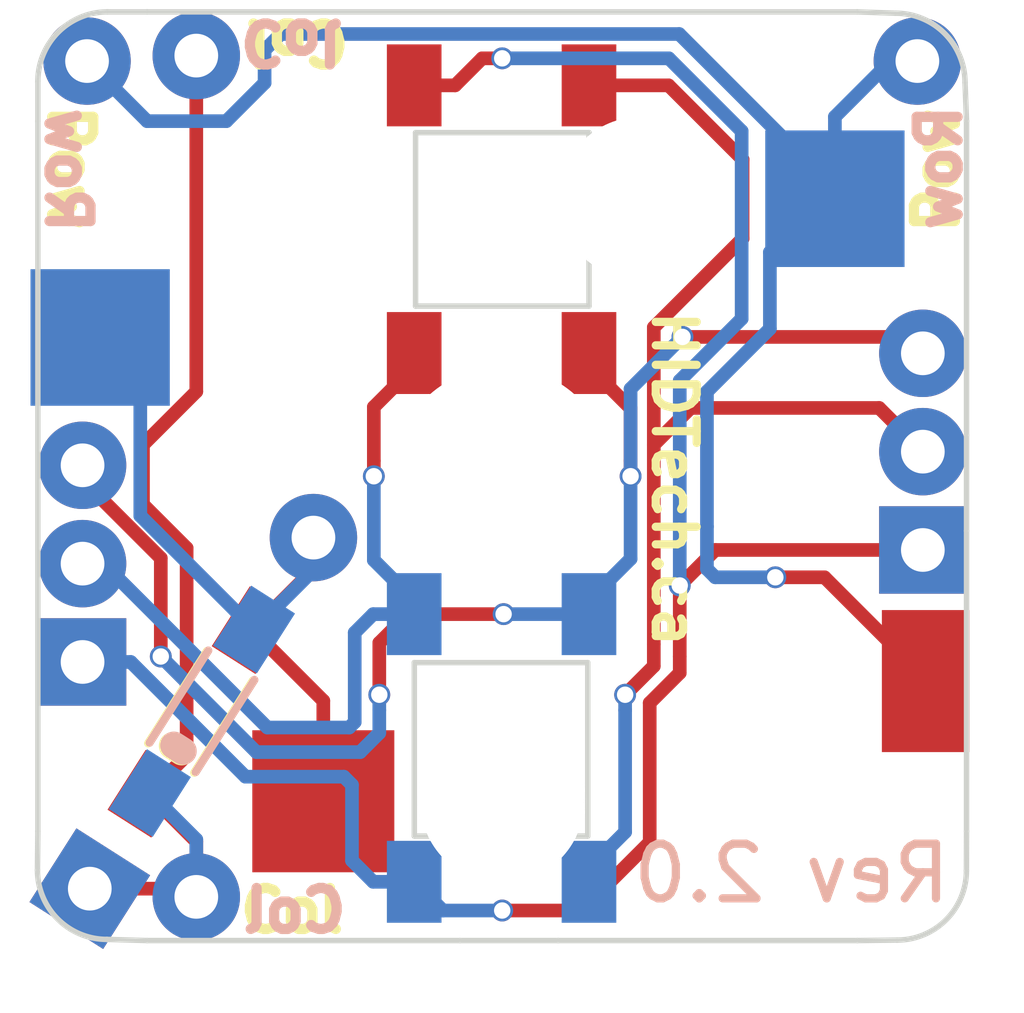
<source format=kicad_pcb>
(kicad_pcb (version 20171130) (host pcbnew "(5.1.5-0-10_14)")

  (general
    (thickness 1.6)
    (drawings 38)
    (tracks 159)
    (zones 0)
    (modules 17)
    (nets 8)
  )

  (page A4)
  (title_block
    (title Cherry-Mx-Bitboard-Re-19.05mm)
    (date 2018-09-15)
    (rev 1)
  )

  (layers
    (0 F.Cu signal hide)
    (31 B.Cu signal)
    (32 B.Adhes user hide)
    (33 F.Adhes user hide)
    (34 B.Paste user hide)
    (35 F.Paste user hide)
    (36 B.SilkS user hide)
    (37 F.SilkS user)
    (38 B.Mask user hide)
    (39 F.Mask user hide)
    (40 Dwgs.User user hide)
    (41 Cmts.User user hide)
    (42 Eco1.User user hide)
    (43 Eco2.User user hide)
    (44 Edge.Cuts user)
    (45 Margin user hide)
    (46 B.CrtYd user hide)
    (47 F.CrtYd user hide)
    (48 B.Fab user hide)
    (49 F.Fab user hide)
  )

  (setup
    (last_trace_width 0.25)
    (trace_clearance 0.1)
    (zone_clearance 0.508)
    (zone_45_only no)
    (trace_min 0.2)
    (via_size 0.4)
    (via_drill 0.3)
    (via_min_size 0.4)
    (via_min_drill 0.3)
    (uvia_size 0.3)
    (uvia_drill 0.1)
    (uvias_allowed no)
    (uvia_min_size 0.2)
    (uvia_min_drill 0.1)
    (edge_width 0.1)
    (segment_width 0.2)
    (pcb_text_width 0.3)
    (pcb_text_size 1.5 1.5)
    (mod_edge_width 0.15)
    (mod_text_size 1 1)
    (mod_text_width 0.15)
    (pad_size 1.6 1.6)
    (pad_drill 0.8)
    (pad_to_mask_clearance 0)
    (aux_axis_origin 80.645 139.065)
    (grid_origin 80.645 43.815)
    (visible_elements 7FFFF77F)
    (pcbplotparams
      (layerselection 0x010fc_ffffffff)
      (usegerberextensions true)
      (usegerberattributes false)
      (usegerberadvancedattributes false)
      (creategerberjobfile false)
      (excludeedgelayer true)
      (linewidth 0.100000)
      (plotframeref false)
      (viasonmask false)
      (mode 1)
      (useauxorigin false)
      (hpglpennumber 1)
      (hpglpenspeed 20)
      (hpglpendiameter 15.000000)
      (psnegative false)
      (psa4output false)
      (plotreference true)
      (plotvalue true)
      (plotinvisibletext false)
      (padsonsilk false)
      (subtractmaskfromsilk true)
      (outputformat 1)
      (mirror false)
      (drillshape 0)
      (scaleselection 1)
      (outputdirectory "Gerber/"))
  )

  (net 0 "")
  (net 1 "Net-(D1-Pad2)")
  (net 2 Col1)
  (net 3 Row1)
  (net 4 VCC)
  (net 5 Dout)
  (net 6 Din)
  (net 7 GND)

  (net_class Default "これはデフォルトのネット クラスです。"
    (clearance 0.1)
    (trace_width 0.25)
    (via_dia 0.4)
    (via_drill 0.3)
    (uvia_dia 0.3)
    (uvia_drill 0.1)
    (add_net Col1)
    (add_net Din)
    (add_net Dout)
    (add_net GND)
    (add_net "Net-(D1-Pad2)")
    (add_net Row1)
    (add_net VCC)
  )

  (module Footprints:1N4148W (layer B.Cu) (tedit 5EB0C013) (tstamp 5EB0DC77)
    (at 85.095 61.365 57.5)
    (path /5B954373)
    (fp_text reference D1 (at 4.07 0.06 57.5) (layer B.SilkS) hide
      (effects (font (size 1 1) (thickness 0.15)) (justify mirror))
    )
    (fp_text value 1N4148W (at 3.91 -1.76 57.5) (layer B.Fab)
      (effects (font (size 0.5 0.5) (thickness 0.125)) (justify mirror))
    )
    (fp_line (start 7.62 0) (end 5.81 0) (layer B.Fab) (width 0.1))
    (fp_line (start 0 0) (end 1.81 0) (layer B.Fab) (width 0.1))
    (fp_line (start 2.31 1) (end 2.31 -1) (layer B.Fab) (width 0.1))
    (fp_line (start 5.81 1) (end 5.81 -1) (layer B.Fab) (width 0.1))
    (fp_line (start 1.81 1) (end 1.81 -1) (layer B.Fab) (width 0.1))
    (fp_line (start 1.81 -1) (end 5.81 -1) (layer B.Fab) (width 0.1))
    (fp_line (start 5.81 1) (end 1.81 1) (layer B.Fab) (width 0.1))
    (fp_line (start 8.67 1.25) (end 8.67 -1.25) (layer B.CrtYd) (width 0.05))
    (fp_line (start -1.05 1.25) (end -1.05 -1.25) (layer B.CrtYd) (width 0.05))
    (fp_line (start -1.05 -1.25) (end 8.67 -1.25) (layer B.CrtYd) (width 0.05))
    (fp_line (start 8.67 1.25) (end -1.05 1.25) (layer B.CrtYd) (width 0.05))
    (pad 2 thru_hole circle (at 7.62 0 57.5) (size 1.6 1.6) (drill 0.8) (layers *.Cu *.Mask)
      (net 1 "Net-(D1-Pad2)"))
    (pad 1 thru_hole rect (at 0 0 57.5) (size 1.6 1.6) (drill 0.8) (layers *.Cu *.Mask)
      (net 2 Col1))
  )

  (module customs:LED_SK6812_PLCC4_5.0x5.0mm_P3.2mm_FLIP (layer B.Cu) (tedit 5EB086D0) (tstamp 5EB126D8)
    (at 92.6336 58.7894 270)
    (descr https://cdn-shop.adafruit.com/product-files/1138/SK6812+LED+datasheet+.pdf)
    (tags "LED RGB NeoPixel")
    (path /5EB32545)
    (attr smd)
    (fp_text reference D5 (at 0 3.5 90) (layer B.SilkS) hide
      (effects (font (size 1 1) (thickness 0.15)) (justify mirror))
    )
    (fp_text value SK6812 (at 0 -4 90) (layer B.Fab)
      (effects (font (size 1 1) (thickness 0.15)) (justify mirror))
    )
    (fp_text user %R (at 0 0 90) (layer B.Fab)
      (effects (font (size 0.8 0.8) (thickness 0.15)) (justify mirror))
    )
    (fp_line (start 3.45 2.75) (end -3.45 2.75) (layer B.CrtYd) (width 0.05))
    (fp_line (start 3.45 -2.75) (end 3.45 2.75) (layer B.CrtYd) (width 0.05))
    (fp_line (start -3.45 -2.75) (end 3.45 -2.75) (layer B.CrtYd) (width 0.05))
    (fp_line (start -3.45 2.75) (end -3.45 -2.75) (layer B.CrtYd) (width 0.05))
    (fp_line (start 2.5 -1.5) (end 1.5 -2.5) (layer B.Fab) (width 0.1))
    (fp_line (start -2.5 2.5) (end -2.5 -2.5) (layer B.Fab) (width 0.1))
    (fp_line (start -2.5 -2.5) (end 2.5 -2.5) (layer B.Fab) (width 0.1))
    (fp_line (start 2.5 -2.5) (end 2.5 2.5) (layer B.Fab) (width 0.1))
    (fp_line (start 2.5 2.5) (end -2.5 2.5) (layer B.Fab) (width 0.1))
    (fp_circle (center 0 0) (end 0 2) (layer B.Fab) (width 0.1))
    (pad 1 smd rect (at 2.45 1.6 270) (size 1.5 1) (layers B.Cu B.Paste B.Mask)
      (net 7 GND))
    (pad 2 smd rect (at 2.45 -1.6 270) (size 1.5 1) (layers B.Cu B.Paste B.Mask)
      (net 6 Din))
    (pad 4 smd rect (at -2.45 1.6 270) (size 1.5 1) (layers B.Cu B.Paste B.Mask)
      (net 5 Dout))
    (pad 3 smd rect (at -2.45 -1.6 270) (size 1.5 1) (layers B.Cu B.Paste B.Mask)
      (net 4 VCC))
    (model ${KISYS3DMOD}/LED_SMD.3dshapes/LED_SK6812_PLCC4_5.0x5.0mm_P3.2mm.wrl
      (at (xyz 0 0 0))
      (scale (xyz 1 1 1))
      (rotate (xyz 0 0 0))
    )
  )

  (module customs:LED_SK6812_PLCC4_5.0x5.0mm_P3.2mm_FLIP (layer F.Cu) (tedit 5EB086BD) (tstamp 5EB11556)
    (at 92.6336 49.1098 90)
    (descr https://cdn-shop.adafruit.com/product-files/1138/SK6812+LED+datasheet+.pdf)
    (tags "LED RGB NeoPixel")
    (path /5EB36B3B)
    (attr smd)
    (fp_text reference D6 (at 0 -3.5 90) (layer F.SilkS) hide
      (effects (font (size 1 1) (thickness 0.15)))
    )
    (fp_text value SK6812 (at 0 4 90) (layer F.Fab)
      (effects (font (size 1 1) (thickness 0.15)))
    )
    (fp_text user %R (at 0 0 90) (layer F.Fab)
      (effects (font (size 0.8 0.8) (thickness 0.15)))
    )
    (fp_line (start 3.45 -2.75) (end -3.45 -2.75) (layer F.CrtYd) (width 0.05))
    (fp_line (start 3.45 2.75) (end 3.45 -2.75) (layer F.CrtYd) (width 0.05))
    (fp_line (start -3.45 2.75) (end 3.45 2.75) (layer F.CrtYd) (width 0.05))
    (fp_line (start -3.45 -2.75) (end -3.45 2.75) (layer F.CrtYd) (width 0.05))
    (fp_line (start 2.5 1.5) (end 1.5 2.5) (layer F.Fab) (width 0.1))
    (fp_line (start -2.5 -2.5) (end -2.5 2.5) (layer F.Fab) (width 0.1))
    (fp_line (start -2.5 2.5) (end 2.5 2.5) (layer F.Fab) (width 0.1))
    (fp_line (start 2.5 2.5) (end 2.5 -2.5) (layer F.Fab) (width 0.1))
    (fp_line (start 2.5 -2.5) (end -2.5 -2.5) (layer F.Fab) (width 0.1))
    (fp_circle (center 0 0) (end 0 -2) (layer F.Fab) (width 0.1))
    (pad 1 smd rect (at 2.45 -1.6 90) (size 1.5 1) (layers F.Cu F.Paste F.Mask)
      (net 7 GND))
    (pad 2 smd rect (at 2.45 1.6 90) (size 1.5 1) (layers F.Cu F.Paste F.Mask)
      (net 6 Din))
    (pad 4 smd rect (at -2.45 -1.6 90) (size 1.5 1) (layers F.Cu F.Paste F.Mask)
      (net 5 Dout))
    (pad 3 smd rect (at -2.45 1.6 90) (size 1.5 1) (layers F.Cu F.Paste F.Mask)
      (net 4 VCC))
    (model ${KISYS3DMOD}/LED_SMD.3dshapes/LED_SK6812_PLCC4_5.0x5.0mm_P3.2mm.wrl
      (at (xyz 0 0 0))
      (scale (xyz 1 1 1))
      (rotate (xyz 0 0 0))
    )
  )

  (module Footprints:CherryMx_Socket (layer F.Cu) (tedit 5EB0BC5C) (tstamp 5EB02BDF)
    (at 92.645 53.815)
    (path /5B598EC8)
    (fp_text reference SW1 (at 0 3.175 180) (layer F.SilkS) hide
      (effects (font (size 1.5 1.5) (thickness 0.2)))
    )
    (fp_text value SW_Push (at 0 -2.54) (layer Cmts.User) hide
      (effects (font (size 0.5 0.5) (thickness 0.1)))
    )
    (fp_arc (start 0 0) (end 0.25 0) (angle -180) (layer B.SilkS) (width 0.1))
    (fp_arc (start 0 0) (end -0.25 0) (angle -180) (layer B.SilkS) (width 0.1))
    (pad 1 smd rect (at -7.36 -2.54) (size 2.55 2.5) (layers B.Cu B.Paste B.Mask)
      (net 1 "Net-(D1-Pad2)"))
    (pad 2 smd rect (at 6.09 -5.08) (size 2.55 2.5) (layers B.Cu B.Paste B.Mask)
      (net 3 Row1))
    (pad "" np_thru_hole circle (at -5.08 0) (size 2 2) (drill 2) (layers *.Cu *.Mask))
    (pad "" np_thru_hole circle (at -3.81 -2.54) (size 3 3) (drill 3) (layers *.Cu *.Mask))
    (pad "" np_thru_hole circle (at 0 0) (size 4 4) (drill 4) (layers *.Cu *.Mask))
    (pad "" np_thru_hole circle (at 2.54 -5.08) (size 3 3) (drill 3) (layers *.Cu *.Mask))
    (pad "" np_thru_hole circle (at 5.08 0) (size 2 2) (drill 2) (layers *.Cu *.Mask))
  )

  (module keyswitches:Kailh_socket_PG1350 (layer B.Cu) (tedit 5EB0BBFB) (tstamp 5EB0F1C3)
    (at 92.645 53.815 180)
    (descr "Kailh \"Choc\" PG1350 keyswitch socket mount")
    (tags kailh,choc)
    (path /5EAC5567)
    (attr smd)
    (fp_text reference SW2 (at -5 2 180) (layer F.SilkS) hide
      (effects (font (size 1 1) (thickness 0.15)))
    )
    (fp_text value SW_Push-Switch (at 0 -8.255 180) (layer B.Fab)
      (effects (font (size 1 1) (thickness 0.15)) (justify mirror))
    )
    (fp_line (start 4.5 -7.25) (end 2 -7.25) (layer F.Fab) (width 0.12))
    (fp_line (start 4.5 -4.75) (end 4.5 -7.25) (layer F.Fab) (width 0.12))
    (fp_line (start 2 -4.75) (end 4.5 -4.75) (layer F.Fab) (width 0.12))
    (fp_line (start -9.5 -2.5) (end -7 -2.5) (layer F.Fab) (width 0.12))
    (fp_line (start -9.5 -5) (end -9.5 -2.5) (layer F.Fab) (width 0.12))
    (fp_line (start -7 -5) (end -9.5 -5) (layer F.Fab) (width 0.12))
    (fp_line (start -7 -1.5) (end -7 -6.2) (layer F.Fab) (width 0.12))
    (fp_line (start 2 -4.25) (end 2 -7.7) (layer F.Fab) (width 0.12))
    (fp_line (start -2.5 -2.2) (end -2.5 -1.5) (layer F.Fab) (width 0.15))
    (fp_line (start -2.5 -1.5) (end -7 -1.5) (layer F.Fab) (width 0.15))
    (fp_arc (start -1 -2.2) (end -2.5 -2.2) (angle 90) (layer F.Fab) (width 0.15))
    (fp_line (start -1.5 -8.2) (end -2 -7.7) (layer F.Fab) (width 0.15))
    (fp_line (start -2 -6.7) (end -2 -7.7) (layer F.Fab) (width 0.15))
    (fp_line (start -7 -6.2) (end -2.5 -6.2) (layer F.Fab) (width 0.15))
    (fp_line (start 2 -4.2) (end 1.5 -3.7) (layer F.Fab) (width 0.15))
    (fp_line (start 1.5 -3.7) (end -1 -3.7) (layer F.Fab) (width 0.15))
    (fp_line (start 2 -7.7) (end 1.5 -8.2) (layer F.Fab) (width 0.15))
    (fp_line (start 1.5 -8.2) (end -1.5 -8.2) (layer F.Fab) (width 0.15))
    (fp_arc (start -2.5 -6.7) (end -2 -6.7) (angle 90) (layer F.Fab) (width 0.15))
    (fp_text user %R (at -3 -5 180) (layer F.Fab)
      (effects (font (size 1 1) (thickness 0.15)))
    )
    (fp_text user %V (at -1 -9 180) (layer F.Fab)
      (effects (font (size 1 1) (thickness 0.15)))
    )
    (fp_line (start -7.5 -7.5) (end -7.5 7.5) (layer B.Fab) (width 0.15))
    (fp_line (start 7.5 -7.5) (end -7.5 -7.5) (layer B.Fab) (width 0.15))
    (fp_line (start 7.5 7.5) (end 7.5 -7.5) (layer B.Fab) (width 0.15))
    (fp_line (start -7.5 7.5) (end 7.5 7.5) (layer B.Fab) (width 0.15))
    (fp_line (start -6.9 -6.9) (end -6.9 6.9) (layer Eco2.User) (width 0.15))
    (fp_line (start 6.9 6.9) (end 6.9 -6.9) (layer Eco2.User) (width 0.15))
    (fp_line (start 6.9 6.9) (end -6.9 6.9) (layer Eco2.User) (width 0.15))
    (fp_line (start -6.9 -6.9) (end 6.9 -6.9) (layer Eco2.User) (width 0.15))
    (fp_line (start -2.6 3.1) (end -2.6 6.3) (layer Eco2.User) (width 0.15))
    (fp_line (start 2.6 6.3) (end -2.6 6.3) (layer Eco2.User) (width 0.15))
    (fp_line (start 2.6 3.1) (end 2.6 6.3) (layer Eco2.User) (width 0.15))
    (fp_line (start -2.6 3.1) (end 2.6 3.1) (layer Eco2.User) (width 0.15))
    (pad "" np_thru_hole circle (at -5.5 0 180) (size 1.7018 1.7018) (drill 1.7018) (layers *.Cu *.Mask))
    (pad "" np_thru_hole circle (at 5.5 0 180) (size 1.7018 1.7018) (drill 1.7018) (layers *.Cu *.Mask))
    (pad 1 smd rect (at 3.275 -5.95 180) (size 2.6 2.6) (layers F.Cu F.Paste F.Mask)
      (net 1 "Net-(D1-Pad2)"))
    (pad "" np_thru_hole circle (at -5 -3.75 180) (size 3 3) (drill 3) (layers *.Cu *.Mask))
    (pad "" np_thru_hole circle (at 0 0 180) (size 3.429 3.429) (drill 3.429) (layers *.Cu *.Mask))
    (pad "" np_thru_hole circle (at 0 -5.95 180) (size 3 3) (drill 3) (layers *.Cu *.Mask))
    (pad 2 smd rect (at -8.275 -3.75 180) (size 1.6 2.6) (drill (offset 0.525 0)) (layers F.Cu F.Paste F.Mask)
      (net 3 Row1))
  )

  (module Footprints:1N4148W (layer B.Cu) (tedit 5A4B862C) (tstamp 5EB0DB69)
    (at 87.148707 58.11798 57.5)
    (path /5E1FCD4B)
    (fp_text reference D2 (at 0 -1.524 57.5) (layer B.SilkS) hide
      (effects (font (size 1 1) (thickness 0.15)) (justify mirror))
    )
    (fp_text value 1N4148W (at 0 1 57.5) (layer B.Fab)
      (effects (font (size 0.5 0.5) (thickness 0.1)) (justify mirror))
    )
    (fp_line (start -0.8 0.1) (end -0.8 -0.1) (layer B.SilkS) (width 0.5))
    (fp_line (start -1 -0.5) (end 1 -0.5) (layer B.SilkS) (width 0.15))
    (fp_line (start -1 0.5) (end 1 0.5) (layer B.SilkS) (width 0.15))
    (pad 1 smd rect (at -1.775 0 57.5) (size 1.3 0.95) (layers B.Cu B.Paste B.Mask)
      (net 2 Col1))
    (pad 2 smd rect (at 1.775 0 57.5) (size 1.3 0.95) (layers B.Cu B.Paste B.Mask)
      (net 1 "Net-(D1-Pad2)"))
  )

  (module Footprints:Wirepad (layer F.Cu) (tedit 5EB0809C) (tstamp 5EB0FD60)
    (at 87.045 61.515)
    (path /5BD12023)
    (fp_text reference Col113 (at 0 1.778) (layer F.SilkS) hide
      (effects (font (size 1 1) (thickness 0.15)))
    )
    (fp_text value Conn_01x01 (at 0 -1.778) (layer F.Fab) hide
      (effects (font (size 1 1) (thickness 0.15)))
    )
    (pad 1 thru_hole circle (at 0 0) (size 1.6 1.6) (drill 0.8) (layers *.Cu *.Mask)
      (net 2 Col1))
  )

  (module Footprints:1N4148W (layer F.Cu) (tedit 5A4B862C) (tstamp 5EB0D946)
    (at 87.123207 58.12948 57.5)
    (path /5EB08F87)
    (fp_text reference D3 (at 0 1.524001 57.5) (layer F.SilkS) hide
      (effects (font (size 1 1) (thickness 0.15)))
    )
    (fp_text value 1N4148W (at 0 -1 57.5) (layer F.Fab)
      (effects (font (size 0.5 0.5) (thickness 0.1)))
    )
    (fp_line (start -1 -0.5) (end 1 -0.5) (layer F.SilkS) (width 0.15))
    (fp_line (start -1 0.5) (end 1 0.5) (layer F.SilkS) (width 0.15))
    (fp_line (start -0.8 -0.1) (end -0.8 0.1) (layer F.SilkS) (width 0.5))
    (pad 2 smd rect (at 1.775 0 57.5) (size 1.3 0.95) (layers F.Cu F.Paste F.Mask)
      (net 1 "Net-(D1-Pad2)"))
    (pad 1 smd rect (at -1.775 0 57.5) (size 1.3 0.95) (layers F.Cu F.Paste F.Mask)
      (net 2 Col1))
  )

  (module Footprints:Wirepad (layer F.Cu) (tedit 5EB08062) (tstamp 5EB0FEC4)
    (at 84.963 53.615)
    (path /5EB69C64)
    (fp_text reference Vcc2 (at 0 1.778) (layer F.SilkS) hide
      (effects (font (size 1 1) (thickness 0.15)))
    )
    (fp_text value Conn_01x01 (at 0 -1.778) (layer F.Fab) hide
      (effects (font (size 1 1) (thickness 0.15)))
    )
    (pad 1 thru_hole circle (at 0 0) (size 1.6 1.6) (drill 0.8) (layers *.Cu *.Mask)
      (net 4 VCC))
  )

  (module Footprints:Wirepad (layer F.Cu) (tedit 5EB08083) (tstamp 5EB0FE2F)
    (at 100.345 55.165)
    (path /5EB66F22)
    (fp_text reference GND2 (at 0 1.778) (layer F.SilkS) hide
      (effects (font (size 1 1) (thickness 0.15)))
    )
    (fp_text value Conn_01x01 (at 0 -1.778) (layer F.Fab) hide
      (effects (font (size 1 1) (thickness 0.15)))
    )
    (pad 1 thru_hole rect (at 0 0) (size 1.6 1.6) (drill 0.8) (layers *.Cu *.Mask)
      (net 7 GND))
  )

  (module Footprints:Wirepad (layer F.Cu) (tedit 5EB08098) (tstamp 5EB0FD5B)
    (at 87.045 46.115)
    (path /5BCE08C8)
    (fp_text reference Col112 (at 0 1.778) (layer F.SilkS) hide
      (effects (font (size 1 1) (thickness 0.15)))
    )
    (fp_text value Conn_01x01 (at 0 -1.778) (layer F.Fab) hide
      (effects (font (size 1 1) (thickness 0.15)))
    )
    (pad 1 thru_hole circle (at 0 0) (size 1.6 1.6) (drill 0.8) (layers *.Cu *.Mask)
      (net 2 Col1))
  )

  (module Footprints:Wirepad (layer F.Cu) (tedit 5EB08067) (tstamp 5EB0EB39)
    (at 84.963 55.415)
    (path /5EB42BEB)
    (fp_text reference Dout1 (at 0 1.778) (layer F.SilkS) hide
      (effects (font (size 1 1) (thickness 0.15)))
    )
    (fp_text value Conn_01x01 (at 0 -1.778) (layer F.Fab) hide
      (effects (font (size 1 1) (thickness 0.15)))
    )
    (pad 1 thru_hole circle (at 0 0) (size 1.6 1.6) (drill 0.8) (layers *.Cu *.Mask)
      (net 5 Dout))
  )

  (module Footprints:Wirepad (layer F.Cu) (tedit 5EB0807A) (tstamp 5EB0E570)
    (at 100.345 51.565)
    (path /5EB45E0D)
    (fp_text reference Vcc1 (at 0 1.778) (layer F.SilkS) hide
      (effects (font (size 1 1) (thickness 0.15)))
    )
    (fp_text value Conn_01x01 (at 0 -1.778) (layer F.Fab) hide
      (effects (font (size 1 1) (thickness 0.15)))
    )
    (pad 1 thru_hole circle (at 0 0) (size 1.6 1.6) (drill 0.8) (layers *.Cu *.Mask)
      (net 4 VCC))
  )

  (module Footprints:Wirepad (layer F.Cu) (tedit 5EB0806C) (tstamp 5EB0DD5D)
    (at 84.963 57.215)
    (path /5EB43F3B)
    (fp_text reference GND1 (at 0 1.778) (layer F.SilkS) hide
      (effects (font (size 1 1) (thickness 0.15)))
    )
    (fp_text value Conn_01x01 (at 0 -1.778) (layer F.Fab) hide
      (effects (font (size 1 1) (thickness 0.15)))
    )
    (pad 1 thru_hole rect (at 0 0) (size 1.6 1.6) (drill 0.8) (layers *.Cu *.Mask)
      (net 7 GND))
  )

  (module Footprints:Wirepad (layer F.Cu) (tedit 5EB08080) (tstamp 5EB0CB7A)
    (at 100.345 53.365)
    (path /5EB414D3)
    (fp_text reference Din1 (at 0 1.778) (layer F.SilkS) hide
      (effects (font (size 1 1) (thickness 0.15)))
    )
    (fp_text value Conn_01x01 (at 0 -1.778) (layer F.Fab) hide
      (effects (font (size 1 1) (thickness 0.15)))
    )
    (pad 1 thru_hole circle (at 0 0) (size 1.6 1.6) (drill 0.8) (layers *.Cu *.Mask)
      (net 6 Din))
  )

  (module Footprints:Wirepad (layer B.Cu) (tedit 5EB03750) (tstamp 5B9EDCE1)
    (at 100.245 46.215)
    (path /5B8A59A9)
    (fp_text reference Row111 (at 0 -1.778) (layer B.SilkS) hide
      (effects (font (size 1 1) (thickness 0.15)) (justify mirror))
    )
    (fp_text value Conn_01x01 (at 0 1.778) (layer B.Fab) hide
      (effects (font (size 1 1) (thickness 0.15)) (justify mirror))
    )
    (pad 1 thru_hole circle (at 0 0) (size 1.6 1.6) (drill 0.8) (layers *.Cu *.Mask)
      (net 3 Row1))
  )

  (module Footprints:Wirepad (layer B.Cu) (tedit 5EB0373B) (tstamp 5B9EDCC9)
    (at 85.045 46.415)
    (path /5BCDE34F)
    (fp_text reference Row113 (at 0 -1.778) (layer B.SilkS) hide
      (effects (font (size 1 1) (thickness 0.15)) (justify mirror))
    )
    (fp_text value Conn_01x01 (at 0 1.778) (layer B.Fab) hide
      (effects (font (size 1 1) (thickness 0.15)) (justify mirror))
    )
    (pad 1 thru_hole circle (at 0 -0.2) (size 1.6 1.6) (drill 0.8) (layers *.Cu *.Mask)
      (net 3 Row1))
  )

  (gr_line (start 91.869998 62.314999) (end 93.67 62.315001) (layer Edge.Cuts) (width 0.1) (tstamp 5EB0CB8F))
  (gr_line (start 101.144999 53.065) (end 101.145 54.815) (layer Edge.Cuts) (width 0.1) (tstamp 5EB0CB85))
  (gr_text Col (at 88.845 61.765) (layer B.SilkS) (tstamp 5EB0F55C)
    (effects (font (size 0.75 0.75) (thickness 0.1875)) (justify mirror))
  )
  (gr_text Col (at 88.795 45.865 180) (layer B.SilkS) (tstamp 5EB0F55C)
    (effects (font (size 0.75 0.75) (thickness 0.1875)) (justify mirror))
  )
  (gr_text Row (at 100.645 48.165 90) (layer B.SilkS) (tstamp 5EB0F771)
    (effects (font (size 0.75 0.75) (thickness 0.1875)) (justify mirror))
  )
  (gr_text Row (at 84.695 48.215 -90) (layer B.SilkS) (tstamp 5EB0F555)
    (effects (font (size 0.75 0.75) (thickness 0.1875)) (justify mirror))
  )
  (gr_text Col (at 88.795 61.765) (layer F.SilkS) (tstamp 5EB0F545)
    (effects (font (size 0.75 0.75) (thickness 0.1875)))
  )
  (gr_text Col (at 88.895 45.865 180) (layer F.SilkS) (tstamp 5EB0F540)
    (effects (font (size 0.75 0.75) (thickness 0.1875)))
  )
  (gr_text Row (at 100.595 48.215 90) (layer F.SilkS) (tstamp 5EB0F540)
    (effects (font (size 0.75 0.75) (thickness 0.1875)))
  )
  (gr_text Row (at 84.745 48.165 -90) (layer F.SilkS)
    (effects (font (size 0.75 0.75) (thickness 0.1875)))
  )
  (gr_line (start 94.234 50.7) (end 94.234 47.525) (layer Edge.Cuts) (width 0.1) (tstamp 5EB06FC8))
  (gr_line (start 84.1375 61.0235) (end 84.145 60.315) (layer Edge.Cuts) (width 0.1) (tstamp 5EB05D36))
  (gr_line (start 91.059 47.525) (end 91.059 50.7) (layer Edge.Cuts) (width 0.1) (tstamp 5EB06FC7))
  (gr_line (start 94.234 47.525) (end 91.059 47.525) (layer Edge.Cuts) (width 0.1) (tstamp 5EB06FC6))
  (gr_line (start 91.059 50.7) (end 94.234 50.7) (layer Edge.Cuts) (width 0.1) (tstamp 5EB06FC5))
  (gr_line (start 94.211 57.227) (end 91.036 57.227) (layer Edge.Cuts) (width 0.1) (tstamp 5EB06FE6))
  (gr_line (start 94.211 60.402) (end 94.211 57.227) (layer Edge.Cuts) (width 0.1) (tstamp 5EB06FE0))
  (gr_line (start 91.036 60.402) (end 94.211 60.402) (layer Edge.Cuts) (width 0.1) (tstamp 5EB06FE9))
  (gr_line (start 91.036 57.227) (end 91.036 60.402) (layer Edge.Cuts) (width 0.1) (tstamp 5EB06FE3))
  (gr_line (start 101.1174 46.609) (end 101.145 47.314999) (layer Edge.Cuts) (width 0.1) (tstamp 5EB05DBB))
  (gr_line (start 99.145001 45.314999) (end 99.8474 45.339) (layer Edge.Cuts) (width 0.1) (tstamp 5EB05DBA))
  (gr_arc (start 99.8474 46.609) (end 101.1174 46.609) (angle -90) (layer Edge.Cuts) (width 0.1) (tstamp 5EB05DA8))
  (gr_line (start 99.8728 62.3062) (end 99.145001 62.315) (layer Edge.Cuts) (width 0.1) (tstamp 5EB05D59))
  (gr_line (start 101.145001 60.315001) (end 101.1428 61.0362) (layer Edge.Cuts) (width 0.1) (tstamp 5EB05D58))
  (gr_arc (start 99.8728 61.0362) (end 99.8728 62.3062) (angle -90) (layer Edge.Cuts) (width 0.1) (tstamp 5EB05A4E))
  (gr_line (start 86.144999 62.315) (end 85.4075 62.2935) (layer Edge.Cuts) (width 0.1) (tstamp 5EB05D35))
  (gr_arc (start 85.4075 61.0235) (end 84.1375 61.0235) (angle -90) (layer Edge.Cuts) (width 0.1) (tstamp 5EB05A4E))
  (gr_line (start 84.145 46.584999) (end 84.145 47.315) (layer Edge.Cuts) (width 0.1) (tstamp 5EB05A49))
  (gr_line (start 86.145 45.315001) (end 85.415 45.314999) (layer Edge.Cuts) (width 0.1) (tstamp 5EB05A48))
  (gr_arc (start 85.415 46.584999) (end 85.415 45.314999) (angle -90) (layer Edge.Cuts) (width 0.1))
  (gr_text "Rev 2.0\n" (at 97.9424 61.087) (layer B.SilkS) (tstamp 5EADD124)
    (effects (font (size 1 1) (thickness 0.15)) (justify mirror))
  )
  (gr_text HIDTech.ca (at 95.795 53.865 -90) (layer F.SilkS)
    (effects (font (size 0.75 0.75) (thickness 0.15)))
  )
  (gr_line (start 93.67 62.315001) (end 99.145001 62.315) (layer Edge.Cuts) (width 0.1))
  (gr_line (start 101.145 54.815) (end 101.145001 60.315001) (layer Edge.Cuts) (width 0.1))
  (gr_line (start 86.145 45.315001) (end 99.145001 45.314999) (layer Edge.Cuts) (width 0.1))
  (gr_line (start 86.144999 62.315) (end 91.869998 62.314999) (layer Edge.Cuts) (width 0.1))
  (gr_line (start 84.145 47.315) (end 84.145 60.315) (layer Edge.Cuts) (width 0.1))
  (gr_line (start 101.145 47.314999) (end 101.144999 53.065) (layer Edge.Cuts) (width 0.1))

  (segment (start 84.963 51.647) (end 85.31 51.3) (width 0.3) (layer B.Cu) (net 1))
  (segment (start 85.471 51.139) (end 85.31 51.3) (width 0.3) (layer B.Cu) (net 1))
  (segment (start 84.995 51.565) (end 85.285 51.275) (width 0.3) (layer B.Cu) (net 1))
  (segment (start 89.37 55.119134) (end 89.189223 54.938357) (width 0.3) (layer F.Cu) (net 1))
  (segment (start 86.020001 54.538547) (end 87.758384 56.27693) (width 0.25) (layer B.Cu) (net 1))
  (segment (start 87.758384 56.27693) (end 88.102414 56.62096) (width 0.25) (layer B.Cu) (net 1))
  (segment (start 86.020001 52.010001) (end 86.020001 54.538547) (width 0.25) (layer B.Cu) (net 1))
  (segment (start 85.285 51.275) (end 86.020001 52.010001) (width 0.25) (layer B.Cu) (net 1))
  (segment (start 89.37 59.765) (end 88.213 59.765) (width 0.25) (layer F.Cu) (net 1))
  (segment (start 88.102414 56.62096) (end 88.102414 56.025166) (width 0.25) (layer B.Cu) (net 1))
  (segment (start 89.37 57.925546) (end 88.076914 56.63246) (width 0.25) (layer F.Cu) (net 1))
  (segment (start 89.37 59.765) (end 89.37 57.925546) (width 0.25) (layer F.Cu) (net 1))
  (segment (start 89.189223 55.534151) (end 88.102414 56.62096) (width 0.25) (layer B.Cu) (net 1))
  (segment (start 89.189223 54.938357) (end 89.189223 55.534151) (width 0.25) (layer B.Cu) (net 1))
  (segment (start 89.189223 55.520151) (end 88.076914 56.63246) (width 0.25) (layer F.Cu) (net 1))
  (segment (start 89.189223 54.938357) (end 89.189223 55.520151) (width 0.25) (layer F.Cu) (net 1))
  (segment (start 86.845 61.365) (end 86.945 61.465) (width 0.25) (layer B.Cu) (net 2))
  (segment (start 86.895 61.365) (end 87.045 61.515) (width 0.25) (layer F.Cu) (net 2))
  (segment (start 85.095 61.365) (end 86.895 61.365) (width 0.25) (layer F.Cu) (net 2))
  (segment (start 87.045 60.465) (end 86.195 59.615) (width 0.25) (layer B.Cu) (net 2))
  (segment (start 87.045 61.515) (end 87.045 60.465) (width 0.25) (layer B.Cu) (net 2))
  (segment (start 87.045 60.502) (end 86.1695 59.6265) (width 0.25) (layer F.Cu) (net 2))
  (segment (start 87.045 61.515) (end 87.045 60.502) (width 0.25) (layer F.Cu) (net 2))
  (segment (start 86.868 58.928) (end 86.1695 59.6265) (width 0.25) (layer F.Cu) (net 2))
  (segment (start 86.868 55.130334) (end 86.868 58.928) (width 0.25) (layer F.Cu) (net 2))
  (segment (start 86.069099 54.331433) (end 86.868 55.130334) (width 0.25) (layer F.Cu) (net 2))
  (segment (start 87.045 52.265) (end 86.069099 53.240901) (width 0.25) (layer F.Cu) (net 2))
  (segment (start 86.069099 53.240901) (end 86.069099 54.331433) (width 0.25) (layer F.Cu) (net 2))
  (segment (start 87.045 46.115) (end 87.045 52.265) (width 0.25) (layer F.Cu) (net 2))
  (segment (start 100.491 57.565) (end 100.869991 57.565) (width 0.25) (layer F.Cu) (net 3))
  (segment (start 85.045 46.165) (end 85.045 46.437) (width 0.25) (layer B.Cu) (net 3))
  (segment (start 98.735 48.189) (end 98.735 48.735) (width 0.25) (layer B.Cu) (net 3))
  (segment (start 85.217 46.282) (end 85.217 46.609) (width 0.25) (layer B.Cu) (net 3))
  (segment (start 98.609 48.861) (end 98.735 48.735) (width 0.25) (layer B.Cu) (net 3))
  (segment (start 99.755 46.215) (end 100.245 46.215) (width 0.25) (layer B.Cu) (net 3))
  (segment (start 98.735 47.235) (end 99.755 46.215) (width 0.25) (layer B.Cu) (net 3))
  (segment (start 98.735 48.735) (end 98.735 47.235) (width 0.25) (layer B.Cu) (net 3))
  (segment (start 95.885 45.72) (end 98.735 48.57) (width 0.25) (layer B.Cu) (net 3))
  (segment (start 98.735 48.57) (end 98.735 48.735) (width 0.25) (layer B.Cu) (net 3))
  (segment (start 95.885 45.72) (end 88.59 45.72) (width 0.25) (layer B.Cu) (net 3))
  (segment (start 88.59 45.72) (end 88.295 46.015) (width 0.25) (layer B.Cu) (net 3))
  (segment (start 88.295 46.015) (end 88.295 46.615) (width 0.25) (layer B.Cu) (net 3))
  (segment (start 88.295 46.615) (end 87.595 47.315) (width 0.25) (layer B.Cu) (net 3))
  (segment (start 86.145 47.315) (end 85.045 46.215) (width 0.25) (layer B.Cu) (net 3))
  (segment (start 87.595 47.315) (end 86.145 47.315) (width 0.25) (layer B.Cu) (net 3))
  (segment (start 98.525 48.735) (end 97.545 49.715) (width 0.25) (layer B.Cu) (net 3))
  (segment (start 98.735 48.735) (end 98.525 48.735) (width 0.25) (layer B.Cu) (net 3))
  (segment (start 97.545 49.715) (end 97.545 51.115) (width 0.25) (layer B.Cu) (net 3))
  (segment (start 96.393 52.267) (end 96.393 54.737) (width 0.25) (layer B.Cu) (net 3))
  (segment (start 97.545 51.115) (end 96.393 52.267) (width 0.25) (layer B.Cu) (net 3))
  (segment (start 96.393 54.737) (end 96.393 55.513) (width 0.25) (layer B.Cu) (net 3))
  (segment (start 96.393 55.513) (end 96.545 55.665) (width 0.25) (layer B.Cu) (net 3))
  (segment (start 96.545 55.665) (end 97.645 55.665) (width 0.25) (layer B.Cu) (net 3))
  (segment (start 97.645 55.665) (end 97.645 55.665) (width 0.25) (layer B.Cu) (net 3) (tstamp 5EB0CB49))
  (via (at 97.645 55.665) (size 0.4) (drill 0.3) (layers F.Cu B.Cu) (net 3))
  (segment (start 97.645 55.665) (end 98.545 55.665) (width 0.25) (layer F.Cu) (net 3))
  (segment (start 100.445 57.565) (end 100.869991 57.565) (width 0.25) (layer F.Cu) (net 3))
  (segment (start 98.545 55.665) (end 100.445 57.565) (width 0.25) (layer F.Cu) (net 3))
  (segment (start 94.185 56.388) (end 94.2336 56.3394) (width 0.25) (layer B.Cu) (net 4))
  (segment (start 84.963 53.615) (end 84.963 53.720322) (width 0.25) (layer F.Cu) (net 4))
  (segment (start 94.2336 56.0894) (end 94.995 55.328) (width 0.25) (layer B.Cu) (net 4))
  (segment (start 94.2336 56.3394) (end 94.2336 56.0894) (width 0.25) (layer B.Cu) (net 4))
  (segment (start 94.995 55.328) (end 94.995 53.815) (width 0.25) (layer B.Cu) (net 4))
  (segment (start 94.995 53.815) (end 94.995 53.815) (width 0.25) (layer B.Cu) (net 4) (tstamp 5EB0B813))
  (via (at 94.995 53.815) (size 0.4) (drill 0.3) (layers F.Cu B.Cu) (net 4))
  (segment (start 94.995 53.532158) (end 94.995 53.815) (width 0.25) (layer F.Cu) (net 4))
  (segment (start 94.995 52.5712) (end 94.995 53.532158) (width 0.25) (layer F.Cu) (net 4))
  (segment (start 94.2336 51.8098) (end 94.995 52.5712) (width 0.25) (layer F.Cu) (net 4))
  (segment (start 94.2336 51.5598) (end 94.2336 51.8098) (width 0.25) (layer F.Cu) (net 4))
  (segment (start 94.2336 56.3394) (end 92.6706 56.3394) (width 0.25) (layer B.Cu) (net 4))
  (segment (start 92.6706 56.3394) (end 92.6706 56.3394) (width 0.25) (layer B.Cu) (net 4) (tstamp 5EB0BB67))
  (via (at 92.6706 56.3394) (size 0.4) (drill 0.3) (layers F.Cu B.Cu) (net 4))
  (segment (start 84.963 53.615) (end 84.963 53.897998) (width 0.25) (layer F.Cu) (net 4))
  (segment (start 92.6706 56.3394) (end 90.9206 56.3394) (width 0.25) (layer F.Cu) (net 4))
  (segment (start 90.9206 56.3394) (end 90.395 56.865) (width 0.25) (layer F.Cu) (net 4))
  (segment (start 90.395 56.865) (end 90.395 57.815) (width 0.25) (layer F.Cu) (net 4))
  (segment (start 90.395 57.815) (end 90.395 57.815) (width 0.25) (layer F.Cu) (net 4) (tstamp 5EB0C049))
  (via (at 90.395 57.815) (size 0.4) (drill 0.3) (layers F.Cu B.Cu) (net 4))
  (segment (start 84.963 53.615) (end 84.963 53.883) (width 0.25) (layer F.Cu) (net 4))
  (segment (start 84.963 53.883) (end 86.395 55.315) (width 0.25) (layer F.Cu) (net 4))
  (segment (start 86.395 55.315) (end 86.395 57.115) (width 0.25) (layer F.Cu) (net 4))
  (segment (start 86.395 57.115) (end 86.395 57.115) (width 0.25) (layer F.Cu) (net 4) (tstamp 5EB0C497))
  (via (at 86.395 57.115) (size 0.4) (drill 0.3) (layers F.Cu B.Cu) (net 4))
  (segment (start 90.395 58.515) (end 90.395 58.097842) (width 0.25) (layer B.Cu) (net 4))
  (segment (start 90.395 58.097842) (end 90.395 57.815) (width 0.25) (layer B.Cu) (net 4))
  (segment (start 90.045 58.865) (end 90.395 58.515) (width 0.25) (layer B.Cu) (net 4))
  (segment (start 88.145 58.865) (end 90.045 58.865) (width 0.25) (layer B.Cu) (net 4))
  (segment (start 86.395 57.115) (end 88.145 58.865) (width 0.25) (layer B.Cu) (net 4))
  (segment (start 94.995 53.815) (end 94.995 52.215) (width 0.25) (layer B.Cu) (net 4))
  (segment (start 94.995 52.215) (end 95.945 51.265) (width 0.25) (layer B.Cu) (net 4))
  (segment (start 95.945 51.265) (end 95.945 51.265) (width 0.25) (layer B.Cu) (net 4) (tstamp 5EB0CA18))
  (via (at 95.945 51.265) (size 0.4) (drill 0.3) (layers F.Cu B.Cu) (net 4))
  (segment (start 100.045 51.265) (end 100.345 51.565) (width 0.25) (layer F.Cu) (net 4))
  (segment (start 95.945 51.265) (end 100.045 51.265) (width 0.25) (layer F.Cu) (net 4))
  (segment (start 91.0336 56.3394) (end 91.0336 56.0894) (width 0.25) (layer B.Cu) (net 5))
  (segment (start 85.26 55.415) (end 84.963 55.415) (width 0.25) (layer B.Cu) (net 5))
  (segment (start 90.2836 56.3394) (end 89.945 56.678) (width 0.25) (layer B.Cu) (net 5))
  (segment (start 91.0336 56.3394) (end 90.2836 56.3394) (width 0.25) (layer B.Cu) (net 5))
  (segment (start 89.945 56.678) (end 89.945 58.315) (width 0.25) (layer B.Cu) (net 5))
  (segment (start 89.945 58.315) (end 89.845 58.415) (width 0.25) (layer B.Cu) (net 5))
  (segment (start 89.845 58.415) (end 88.345 58.415) (width 0.25) (layer B.Cu) (net 5))
  (segment (start 85.345 55.415) (end 84.963 55.415) (width 0.25) (layer B.Cu) (net 5))
  (segment (start 88.345 58.415) (end 85.345 55.415) (width 0.25) (layer B.Cu) (net 5))
  (segment (start 91.0336 56.0894) (end 90.295 55.3508) (width 0.25) (layer B.Cu) (net 5))
  (segment (start 90.295 55.3508) (end 90.295 53.815) (width 0.25) (layer B.Cu) (net 5))
  (segment (start 90.295 53.815) (end 90.295 53.815) (width 0.25) (layer B.Cu) (net 5) (tstamp 5EB0B868))
  (via (at 90.295 53.815) (size 0.4) (drill 0.3) (layers F.Cu B.Cu) (net 5))
  (segment (start 90.295 52.5484) (end 90.295 53.532158) (width 0.25) (layer F.Cu) (net 5))
  (segment (start 90.295 53.532158) (end 90.295 53.815) (width 0.25) (layer F.Cu) (net 5))
  (segment (start 91.0336 51.8098) (end 90.295 52.5484) (width 0.25) (layer F.Cu) (net 5))
  (segment (start 91.0336 51.5598) (end 91.0336 51.8098) (width 0.25) (layer F.Cu) (net 5))
  (segment (start 99.545001 52.565001) (end 100.345 53.365) (width 0.25) (layer F.Cu) (net 6))
  (segment (start 96.094999 52.565001) (end 99.545001 52.565001) (width 0.25) (layer F.Cu) (net 6))
  (segment (start 95.420001 53.239999) (end 96.094999 52.565001) (width 0.25) (layer F.Cu) (net 6))
  (segment (start 95.420001 56.889999) (end 95.420001 53.239999) (width 0.25) (layer F.Cu) (net 6))
  (segment (start 95.420001 56.889999) (end 95.420001 57.289999) (width 0.25) (layer F.Cu) (net 6))
  (segment (start 95.420001 57.289999) (end 94.895 57.815) (width 0.25) (layer F.Cu) (net 6))
  (segment (start 94.895 57.815) (end 94.895 57.815) (width 0.25) (layer F.Cu) (net 6) (tstamp 5EB0C90A))
  (via (at 94.895 57.815) (size 0.4) (drill 0.3) (layers F.Cu B.Cu) (net 6))
  (segment (start 94.895 58.097842) (end 94.895 57.815) (width 0.25) (layer B.Cu) (net 6))
  (segment (start 94.895 60.328) (end 94.895 58.097842) (width 0.25) (layer B.Cu) (net 6))
  (segment (start 94.2336 60.9894) (end 94.895 60.328) (width 0.25) (layer B.Cu) (net 6))
  (segment (start 94.2336 61.2394) (end 94.2336 60.9894) (width 0.25) (layer B.Cu) (net 6))
  (segment (start 95.420001 51.089999) (end 95.420001 53.239999) (width 0.25) (layer F.Cu) (net 6))
  (segment (start 97.045 48.015) (end 97.045 49.465) (width 0.25) (layer F.Cu) (net 6))
  (segment (start 95.6898 46.6598) (end 97.045 48.015) (width 0.25) (layer F.Cu) (net 6))
  (segment (start 97.045 49.465) (end 95.420001 51.089999) (width 0.25) (layer F.Cu) (net 6))
  (segment (start 94.2336 46.6598) (end 95.6898 46.6598) (width 0.25) (layer F.Cu) (net 6))
  (segment (start 91.0336 61.2394) (end 91.5592 61.765) (width 0.25) (layer B.Cu) (net 7))
  (segment (start 91.5592 61.765) (end 92.645 61.765) (width 0.25) (layer B.Cu) (net 7))
  (segment (start 92.645 61.765) (end 92.645 61.765) (width 0.25) (layer B.Cu) (net 7) (tstamp 5EB0BB6E))
  (via (at 92.645 61.765) (size 0.4) (drill 0.3) (layers F.Cu B.Cu) (net 7))
  (segment (start 96.545 55.165) (end 95.895 55.815) (width 0.25) (layer F.Cu) (net 7))
  (segment (start 100.345 55.165) (end 96.545 55.165) (width 0.25) (layer F.Cu) (net 7))
  (segment (start 95.895 57.115) (end 95.895 55.815) (width 0.25) (layer F.Cu) (net 7))
  (segment (start 95.895 55.815) (end 95.895 55.815) (width 0.25) (layer F.Cu) (net 7) (tstamp 5EB0BC9C))
  (via (at 95.895 55.815) (size 0.4) (drill 0.3) (layers F.Cu B.Cu) (net 7))
  (segment (start 95.895 52.065) (end 97.028 50.932) (width 0.25) (layer B.Cu) (net 7))
  (segment (start 95.895 55.815) (end 95.895 52.065) (width 0.25) (layer B.Cu) (net 7))
  (segment (start 85.845 57.215) (end 84.963 57.215) (width 0.25) (layer B.Cu) (net 7))
  (segment (start 87.945 59.315) (end 85.845 57.215) (width 0.25) (layer B.Cu) (net 7))
  (segment (start 87.945 59.315) (end 89.745 59.315) (width 0.25) (layer B.Cu) (net 7))
  (segment (start 89.745 59.315) (end 89.895 59.465) (width 0.25) (layer B.Cu) (net 7))
  (segment (start 90.2836 61.2394) (end 91.0336 61.2394) (width 0.25) (layer B.Cu) (net 7))
  (segment (start 89.895 60.8508) (end 90.2836 61.2394) (width 0.25) (layer B.Cu) (net 7))
  (segment (start 89.895 59.465) (end 89.895 60.8508) (width 0.25) (layer B.Cu) (net 7))
  (segment (start 92.645 61.765) (end 94.095 61.765) (width 0.25) (layer F.Cu) (net 7))
  (segment (start 94.095 61.765) (end 95.345 60.515) (width 0.25) (layer F.Cu) (net 7))
  (segment (start 95.345 60.515) (end 95.345 57.965) (width 0.25) (layer F.Cu) (net 7))
  (segment (start 95.895 57.415) (end 95.895 57.115) (width 0.25) (layer F.Cu) (net 7))
  (segment (start 95.345 57.965) (end 95.895 57.415) (width 0.25) (layer F.Cu) (net 7))
  (segment (start 91.7836 46.6598) (end 92.2784 46.165) (width 0.25) (layer F.Cu) (net 7))
  (segment (start 91.0336 46.6598) (end 91.7836 46.6598) (width 0.25) (layer F.Cu) (net 7))
  (segment (start 92.2784 46.165) (end 92.645 46.165) (width 0.25) (layer F.Cu) (net 7))
  (segment (start 92.645 46.165) (end 92.645 46.165) (width 0.25) (layer F.Cu) (net 7) (tstamp 5EB0D008))
  (via (at 92.645 46.165) (size 0.4) (drill 0.3) (layers F.Cu B.Cu) (net 7))
  (segment (start 92.645 46.165) (end 95.695 46.165) (width 0.25) (layer B.Cu) (net 7))
  (segment (start 97.028 47.498) (end 97.028 50.932) (width 0.25) (layer B.Cu) (net 7))
  (segment (start 95.695 46.165) (end 97.028 47.498) (width 0.25) (layer B.Cu) (net 7))

)

</source>
